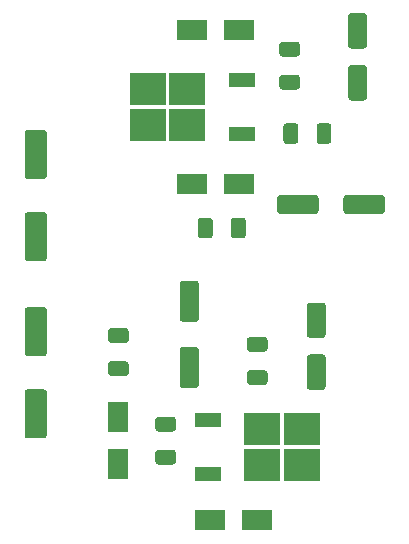
<source format=gbr>
%TF.GenerationSoftware,KiCad,Pcbnew,(5.1.6-0)*%
%TF.CreationDate,2024-01-11T20:35:38-08:00*%
%TF.ProjectId,psu_15V_reg,7073755f-3135-4565-9f72-65672e6b6963,1.0*%
%TF.SameCoordinates,Original*%
%TF.FileFunction,Paste,Top*%
%TF.FilePolarity,Positive*%
%FSLAX46Y46*%
G04 Gerber Fmt 4.6, Leading zero omitted, Abs format (unit mm)*
G04 Created by KiCad (PCBNEW (5.1.6-0)) date 2024-01-11 20:35:38*
%MOMM*%
%LPD*%
G01*
G04 APERTURE LIST*
%ADD10R,3.050000X2.750000*%
%ADD11R,2.200000X1.200000*%
%ADD12R,1.800000X2.500000*%
%ADD13R,2.500000X1.800000*%
G04 APERTURE END LIST*
%TO.C,C2*%
G36*
G01*
X142450000Y-108450000D02*
X143550000Y-108450000D01*
G75*
G02*
X143800000Y-108700000I0J-250000D01*
G01*
X143800000Y-111200000D01*
G75*
G02*
X143550000Y-111450000I-250000J0D01*
G01*
X142450000Y-111450000D01*
G75*
G02*
X142200000Y-111200000I0J250000D01*
G01*
X142200000Y-108700000D01*
G75*
G02*
X142450000Y-108450000I250000J0D01*
G01*
G37*
G36*
G01*
X142450000Y-104050000D02*
X143550000Y-104050000D01*
G75*
G02*
X143800000Y-104300000I0J-250000D01*
G01*
X143800000Y-106800000D01*
G75*
G02*
X143550000Y-107050000I-250000J0D01*
G01*
X142450000Y-107050000D01*
G75*
G02*
X142200000Y-106800000I0J250000D01*
G01*
X142200000Y-104300000D01*
G75*
G02*
X142450000Y-104050000I250000J0D01*
G01*
G37*
%TD*%
%TO.C,C1*%
G36*
G01*
X147050000Y-82550000D02*
X145950000Y-82550000D01*
G75*
G02*
X145700000Y-82300000I0J250000D01*
G01*
X145700000Y-79800000D01*
G75*
G02*
X145950000Y-79550000I250000J0D01*
G01*
X147050000Y-79550000D01*
G75*
G02*
X147300000Y-79800000I0J-250000D01*
G01*
X147300000Y-82300000D01*
G75*
G02*
X147050000Y-82550000I-250000J0D01*
G01*
G37*
G36*
G01*
X147050000Y-86950000D02*
X145950000Y-86950000D01*
G75*
G02*
X145700000Y-86700000I0J250000D01*
G01*
X145700000Y-84200000D01*
G75*
G02*
X145950000Y-83950000I250000J0D01*
G01*
X147050000Y-83950000D01*
G75*
G02*
X147300000Y-84200000I0J-250000D01*
G01*
X147300000Y-86700000D01*
G75*
G02*
X147050000Y-86950000I-250000J0D01*
G01*
G37*
%TD*%
%TO.C,R4*%
G36*
G01*
X129625000Y-116525000D02*
X130875000Y-116525000D01*
G75*
G02*
X131125000Y-116775000I0J-250000D01*
G01*
X131125000Y-117525000D01*
G75*
G02*
X130875000Y-117775000I-250000J0D01*
G01*
X129625000Y-117775000D01*
G75*
G02*
X129375000Y-117525000I0J250000D01*
G01*
X129375000Y-116775000D01*
G75*
G02*
X129625000Y-116525000I250000J0D01*
G01*
G37*
G36*
G01*
X129625000Y-113725000D02*
X130875000Y-113725000D01*
G75*
G02*
X131125000Y-113975000I0J-250000D01*
G01*
X131125000Y-114725000D01*
G75*
G02*
X130875000Y-114975000I-250000J0D01*
G01*
X129625000Y-114975000D01*
G75*
G02*
X129375000Y-114725000I0J250000D01*
G01*
X129375000Y-113975000D01*
G75*
G02*
X129625000Y-113725000I250000J0D01*
G01*
G37*
%TD*%
%TO.C,R3*%
G36*
G01*
X125625000Y-109025000D02*
X126875000Y-109025000D01*
G75*
G02*
X127125000Y-109275000I0J-250000D01*
G01*
X127125000Y-110025000D01*
G75*
G02*
X126875000Y-110275000I-250000J0D01*
G01*
X125625000Y-110275000D01*
G75*
G02*
X125375000Y-110025000I0J250000D01*
G01*
X125375000Y-109275000D01*
G75*
G02*
X125625000Y-109025000I250000J0D01*
G01*
G37*
G36*
G01*
X125625000Y-106225000D02*
X126875000Y-106225000D01*
G75*
G02*
X127125000Y-106475000I0J-250000D01*
G01*
X127125000Y-107225000D01*
G75*
G02*
X126875000Y-107475000I-250000J0D01*
G01*
X125625000Y-107475000D01*
G75*
G02*
X125375000Y-107225000I0J250000D01*
G01*
X125375000Y-106475000D01*
G75*
G02*
X125625000Y-106225000I250000J0D01*
G01*
G37*
%TD*%
%TO.C,R2*%
G36*
G01*
X143025000Y-90375000D02*
X143025000Y-89125000D01*
G75*
G02*
X143275000Y-88875000I250000J0D01*
G01*
X144025000Y-88875000D01*
G75*
G02*
X144275000Y-89125000I0J-250000D01*
G01*
X144275000Y-90375000D01*
G75*
G02*
X144025000Y-90625000I-250000J0D01*
G01*
X143275000Y-90625000D01*
G75*
G02*
X143025000Y-90375000I0J250000D01*
G01*
G37*
G36*
G01*
X140225000Y-90375000D02*
X140225000Y-89125000D01*
G75*
G02*
X140475000Y-88875000I250000J0D01*
G01*
X141225000Y-88875000D01*
G75*
G02*
X141475000Y-89125000I0J-250000D01*
G01*
X141475000Y-90375000D01*
G75*
G02*
X141225000Y-90625000I-250000J0D01*
G01*
X140475000Y-90625000D01*
G75*
G02*
X140225000Y-90375000I0J250000D01*
G01*
G37*
%TD*%
%TO.C,R1*%
G36*
G01*
X135775000Y-98375000D02*
X135775000Y-97125000D01*
G75*
G02*
X136025000Y-96875000I250000J0D01*
G01*
X136775000Y-96875000D01*
G75*
G02*
X137025000Y-97125000I0J-250000D01*
G01*
X137025000Y-98375000D01*
G75*
G02*
X136775000Y-98625000I-250000J0D01*
G01*
X136025000Y-98625000D01*
G75*
G02*
X135775000Y-98375000I0J250000D01*
G01*
G37*
G36*
G01*
X132975000Y-98375000D02*
X132975000Y-97125000D01*
G75*
G02*
X133225000Y-96875000I250000J0D01*
G01*
X133975000Y-96875000D01*
G75*
G02*
X134225000Y-97125000I0J-250000D01*
G01*
X134225000Y-98375000D01*
G75*
G02*
X133975000Y-98625000I-250000J0D01*
G01*
X133225000Y-98625000D01*
G75*
G02*
X132975000Y-98375000I0J250000D01*
G01*
G37*
%TD*%
%TO.C,C4*%
G36*
G01*
X137375000Y-109775000D02*
X138625000Y-109775000D01*
G75*
G02*
X138875000Y-110025000I0J-250000D01*
G01*
X138875000Y-110775000D01*
G75*
G02*
X138625000Y-111025000I-250000J0D01*
G01*
X137375000Y-111025000D01*
G75*
G02*
X137125000Y-110775000I0J250000D01*
G01*
X137125000Y-110025000D01*
G75*
G02*
X137375000Y-109775000I250000J0D01*
G01*
G37*
G36*
G01*
X137375000Y-106975000D02*
X138625000Y-106975000D01*
G75*
G02*
X138875000Y-107225000I0J-250000D01*
G01*
X138875000Y-107975000D01*
G75*
G02*
X138625000Y-108225000I-250000J0D01*
G01*
X137375000Y-108225000D01*
G75*
G02*
X137125000Y-107975000I0J250000D01*
G01*
X137125000Y-107225000D01*
G75*
G02*
X137375000Y-106975000I250000J0D01*
G01*
G37*
%TD*%
%TO.C,C3*%
G36*
G01*
X141375000Y-83225000D02*
X140125000Y-83225000D01*
G75*
G02*
X139875000Y-82975000I0J250000D01*
G01*
X139875000Y-82225000D01*
G75*
G02*
X140125000Y-81975000I250000J0D01*
G01*
X141375000Y-81975000D01*
G75*
G02*
X141625000Y-82225000I0J-250000D01*
G01*
X141625000Y-82975000D01*
G75*
G02*
X141375000Y-83225000I-250000J0D01*
G01*
G37*
G36*
G01*
X141375000Y-86025000D02*
X140125000Y-86025000D01*
G75*
G02*
X139875000Y-85775000I0J250000D01*
G01*
X139875000Y-85025000D01*
G75*
G02*
X140125000Y-84775000I250000J0D01*
G01*
X141375000Y-84775000D01*
G75*
G02*
X141625000Y-85025000I0J-250000D01*
G01*
X141625000Y-85775000D01*
G75*
G02*
X141375000Y-86025000I-250000J0D01*
G01*
G37*
%TD*%
D10*
%TO.C,U2*%
X138425000Y-117775000D03*
X141775000Y-114725000D03*
X138425000Y-114725000D03*
X141775000Y-117775000D03*
D11*
X133800000Y-118530000D03*
X133800000Y-113970000D03*
%TD*%
D10*
%TO.C,U1*%
X132075000Y-85975000D03*
X128725000Y-89025000D03*
X132075000Y-89025000D03*
X128725000Y-85975000D03*
D11*
X136700000Y-85220000D03*
X136700000Y-89780000D03*
%TD*%
D12*
%TO.C,D4*%
X126250000Y-117750000D03*
X126250000Y-113750000D03*
%TD*%
D13*
%TO.C,D3*%
X136500000Y-94000000D03*
X132500000Y-94000000D03*
%TD*%
%TO.C,D2*%
X138000000Y-122500000D03*
X134000000Y-122500000D03*
%TD*%
%TO.C,D1*%
X132500000Y-81000000D03*
X136500000Y-81000000D03*
%TD*%
%TO.C,C8*%
G36*
G01*
X118550000Y-111400000D02*
X119950000Y-111400000D01*
G75*
G02*
X120200000Y-111650000I0J-250000D01*
G01*
X120200000Y-115300000D01*
G75*
G02*
X119950000Y-115550000I-250000J0D01*
G01*
X118550000Y-115550000D01*
G75*
G02*
X118300000Y-115300000I0J250000D01*
G01*
X118300000Y-111650000D01*
G75*
G02*
X118550000Y-111400000I250000J0D01*
G01*
G37*
G36*
G01*
X118550000Y-104450000D02*
X119950000Y-104450000D01*
G75*
G02*
X120200000Y-104700000I0J-250000D01*
G01*
X120200000Y-108350000D01*
G75*
G02*
X119950000Y-108600000I-250000J0D01*
G01*
X118550000Y-108600000D01*
G75*
G02*
X118300000Y-108350000I0J250000D01*
G01*
X118300000Y-104700000D01*
G75*
G02*
X118550000Y-104450000I250000J0D01*
G01*
G37*
%TD*%
%TO.C,C7*%
G36*
G01*
X118550000Y-96400000D02*
X119950000Y-96400000D01*
G75*
G02*
X120200000Y-96650000I0J-250000D01*
G01*
X120200000Y-100300000D01*
G75*
G02*
X119950000Y-100550000I-250000J0D01*
G01*
X118550000Y-100550000D01*
G75*
G02*
X118300000Y-100300000I0J250000D01*
G01*
X118300000Y-96650000D01*
G75*
G02*
X118550000Y-96400000I250000J0D01*
G01*
G37*
G36*
G01*
X118550000Y-89450000D02*
X119950000Y-89450000D01*
G75*
G02*
X120200000Y-89700000I0J-250000D01*
G01*
X120200000Y-93350000D01*
G75*
G02*
X119950000Y-93600000I-250000J0D01*
G01*
X118550000Y-93600000D01*
G75*
G02*
X118300000Y-93350000I0J250000D01*
G01*
X118300000Y-89700000D01*
G75*
G02*
X118550000Y-89450000I250000J0D01*
G01*
G37*
%TD*%
%TO.C,C6*%
G36*
G01*
X131700000Y-107800000D02*
X132800000Y-107800000D01*
G75*
G02*
X133050000Y-108050000I0J-250000D01*
G01*
X133050000Y-111050000D01*
G75*
G02*
X132800000Y-111300000I-250000J0D01*
G01*
X131700000Y-111300000D01*
G75*
G02*
X131450000Y-111050000I0J250000D01*
G01*
X131450000Y-108050000D01*
G75*
G02*
X131700000Y-107800000I250000J0D01*
G01*
G37*
G36*
G01*
X131700000Y-102200000D02*
X132800000Y-102200000D01*
G75*
G02*
X133050000Y-102450000I0J-250000D01*
G01*
X133050000Y-105450000D01*
G75*
G02*
X132800000Y-105700000I-250000J0D01*
G01*
X131700000Y-105700000D01*
G75*
G02*
X131450000Y-105450000I0J250000D01*
G01*
X131450000Y-102450000D01*
G75*
G02*
X131700000Y-102200000I250000J0D01*
G01*
G37*
%TD*%
%TO.C,C5*%
G36*
G01*
X145300000Y-96300000D02*
X145300000Y-95200000D01*
G75*
G02*
X145550000Y-94950000I250000J0D01*
G01*
X148550000Y-94950000D01*
G75*
G02*
X148800000Y-95200000I0J-250000D01*
G01*
X148800000Y-96300000D01*
G75*
G02*
X148550000Y-96550000I-250000J0D01*
G01*
X145550000Y-96550000D01*
G75*
G02*
X145300000Y-96300000I0J250000D01*
G01*
G37*
G36*
G01*
X139700000Y-96300000D02*
X139700000Y-95200000D01*
G75*
G02*
X139950000Y-94950000I250000J0D01*
G01*
X142950000Y-94950000D01*
G75*
G02*
X143200000Y-95200000I0J-250000D01*
G01*
X143200000Y-96300000D01*
G75*
G02*
X142950000Y-96550000I-250000J0D01*
G01*
X139950000Y-96550000D01*
G75*
G02*
X139700000Y-96300000I0J250000D01*
G01*
G37*
%TD*%
M02*

</source>
